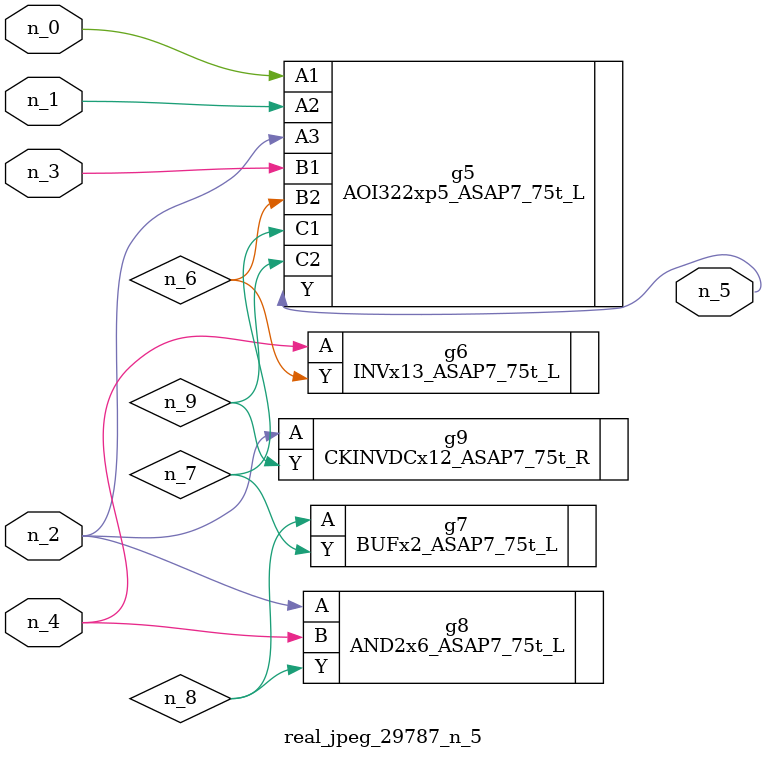
<source format=v>
module real_jpeg_29787_n_5 (n_4, n_0, n_1, n_2, n_3, n_5);

input n_4;
input n_0;
input n_1;
input n_2;
input n_3;

output n_5;

wire n_8;
wire n_6;
wire n_7;
wire n_9;

AOI322xp5_ASAP7_75t_L g5 ( 
.A1(n_0),
.A2(n_1),
.A3(n_2),
.B1(n_3),
.B2(n_6),
.C1(n_7),
.C2(n_9),
.Y(n_5)
);

AND2x6_ASAP7_75t_L g8 ( 
.A(n_2),
.B(n_4),
.Y(n_8)
);

CKINVDCx12_ASAP7_75t_R g9 ( 
.A(n_2),
.Y(n_9)
);

INVx13_ASAP7_75t_L g6 ( 
.A(n_4),
.Y(n_6)
);

BUFx2_ASAP7_75t_L g7 ( 
.A(n_8),
.Y(n_7)
);


endmodule
</source>
